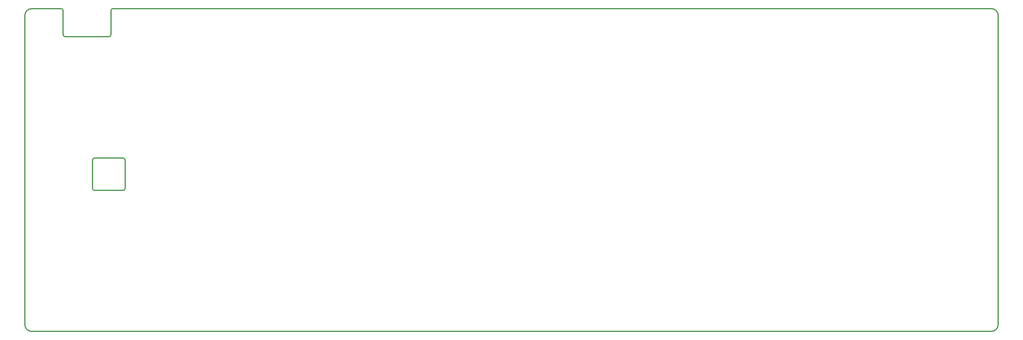
<source format=gm1>
%TF.GenerationSoftware,KiCad,Pcbnew,7.0.1-0*%
%TF.CreationDate,2023-05-16T20:35:45+09:00*%
%TF.ProjectId,Sandy_Plate_Bottom,53616e64-795f-4506-9c61-74655f426f74,v.1 (042)*%
%TF.SameCoordinates,Original*%
%TF.FileFunction,Profile,NP*%
%FSLAX46Y46*%
G04 Gerber Fmt 4.6, Leading zero omitted, Abs format (unit mm)*
G04 Created by KiCad (PCBNEW 7.0.1-0) date 2023-05-16 20:35:45*
%MOMM*%
%LPD*%
G01*
G04 APERTURE LIST*
%TA.AperFunction,Profile*%
%ADD10C,0.300000*%
%TD*%
G04 APERTURE END LIST*
D10*
%TO.C,REF\u002A\u002A*%
X15424960Y-75374600D02*
X15424960Y-19074600D01*
X15424960Y-109674600D02*
X15424960Y-75374600D01*
X26024960Y-17074600D02*
X17424960Y-17074600D01*
X26624960Y-24674600D02*
X26624960Y-17674600D01*
X27224960Y-25274600D02*
X40024960Y-25274600D01*
X35224960Y-69754600D02*
X35224960Y-61454600D01*
X35824960Y-70354600D02*
X44174960Y-70354600D01*
X40624960Y-24674600D02*
X40624960Y-17674600D01*
X44174960Y-60854600D02*
X35824960Y-60854600D01*
X44774960Y-69754600D02*
X44774960Y-61454600D01*
X298424960Y-17074600D02*
X41224960Y-17074600D01*
X298424960Y-111674600D02*
X17424960Y-111674600D01*
X300424960Y-75374600D02*
X300424960Y-19074600D01*
X300424960Y-75374600D02*
X300424960Y-109674600D01*
X17424960Y-17074600D02*
G75*
G03*
X15424960Y-19074600I-1J-1999999D01*
G01*
X15424960Y-109674600D02*
G75*
G03*
X17424960Y-111674600I1999999J-1D01*
G01*
X26624960Y-17674600D02*
G75*
G03*
X26024960Y-17074600I-600000J0D01*
G01*
X26624960Y-24674600D02*
G75*
G03*
X27224960Y-25274600I600000J0D01*
G01*
X35824960Y-60854600D02*
G75*
G03*
X35224960Y-61454600I0J-600000D01*
G01*
X35224960Y-69754600D02*
G75*
G03*
X35824960Y-70354600I600000J0D01*
G01*
X41224960Y-17074600D02*
G75*
G03*
X40624960Y-17674600I0J-600000D01*
G01*
X40024960Y-25274600D02*
G75*
G03*
X40624960Y-24674600I0J600000D01*
G01*
X44774960Y-61454600D02*
G75*
G03*
X44174960Y-60854600I-600000J0D01*
G01*
X44174960Y-70354600D02*
G75*
G03*
X44774960Y-69754600I0J600000D01*
G01*
X300424960Y-19074600D02*
G75*
G03*
X298424960Y-17074600I-2000000J0D01*
G01*
X298424960Y-111674600D02*
G75*
G03*
X300424960Y-109674600I0J2000000D01*
G01*
%TD*%
M02*

</source>
